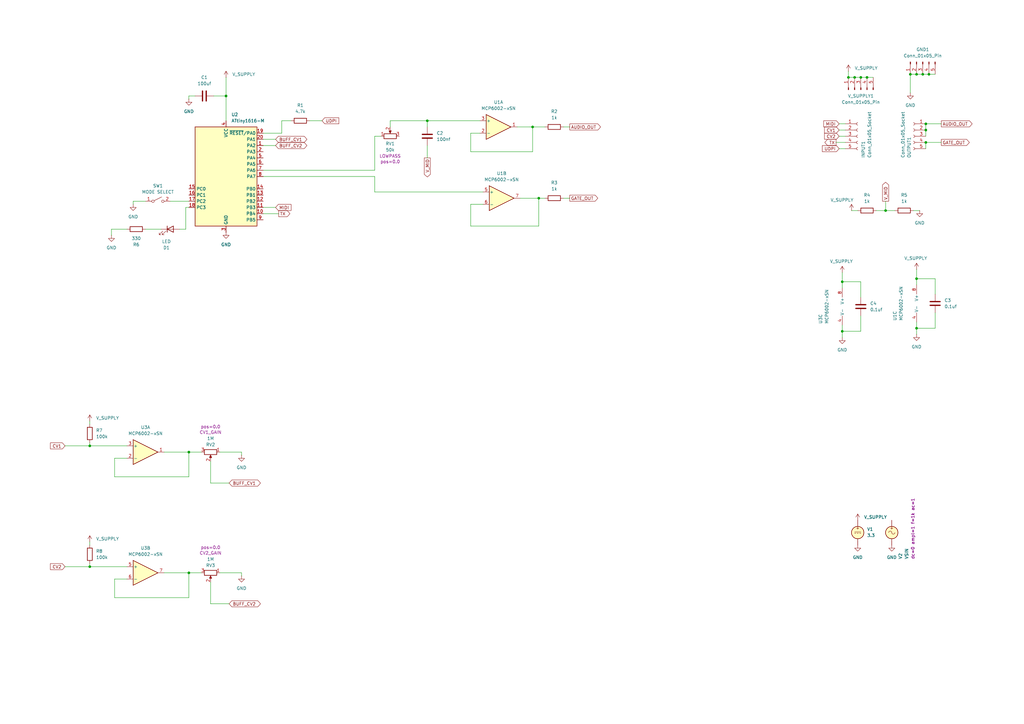
<source format=kicad_sch>
(kicad_sch (version 20231120) (generator "eeschema") (generator_version "8.0")
  (paper "A3")
  (lib_symbols
    (symbol "Amplifier_Operational:MCP6002-xSN" (pin_names (offset 0.127))
      (property "Reference" "U" (at 0 5.08 0))
      (property "Value" "MCP6002-xSN" (at 0 -5.08 0))
      (symbol "MCP6002-xSN_1_1"
        (polyline (pts (xy -5.08 5.08) (xy 5.08 0) (xy -5.08 -5.08) (xy -5.08 5.08)) (stroke (width 0.254)) (fill (type background)))
        (pin output line (at 7.62 0 180) (length 2.54) (name "~") (number "1"))
        (pin input line (at -7.62 -2.54 0) (length 2.54) (name "-") (number "2"))
        (pin input line (at -7.62 2.54 0) (length 2.54) (name "+") (number "3"))
      )
      (symbol "MCP6002-xSN_2_1"
        (polyline (pts (xy -5.08 5.08) (xy 5.08 0) (xy -5.08 -5.08) (xy -5.08 5.08)) (stroke (width 0.254)) (fill (type background)))
        (pin input line (at -7.62 2.54 0) (length 2.54) (name "+") (number "5"))
        (pin input line (at -7.62 -2.54 0) (length 2.54) (name "-") (number "6"))
        (pin output line (at 7.62 0 180) (length 2.54) (name "~") (number "7"))
      )
      (symbol "MCP6002-xSN_3_1"
        (pin power_in line (at -2.54 -7.62 90) (length 3.81) (name "V-") (number "4"))
        (pin power_in line (at -2.54 7.62 270) (length 3.81) (name "V+") (number "8"))
      )
    )
    (symbol "Connector:Conn_01x05_Pin" (pin_names (offset 1.016) hide)
      (property "Reference" "J" (at 0 7.62 0))
      (property "Value" "Conn_01x05_Pin" (at 0 -7.62 0))
      (symbol "Conn_01x05_Pin_1_1"
        (polyline (pts (xy 1.27 -5.08) (xy 0.8636 -5.08)) (stroke (width 0.1524)))
        (polyline (pts (xy 1.27 -2.54) (xy 0.8636 -2.54)) (stroke (width 0.1524)))
        (polyline (pts (xy 1.27 0) (xy 0.8636 0)) (stroke (width 0.1524)))
        (polyline (pts (xy 1.27 2.54) (xy 0.8636 2.54)) (stroke (width 0.1524)))
        (polyline (pts (xy 1.27 5.08) (xy 0.8636 5.08)) (stroke (width 0.1524)))
        (rectangle (start 0.8636 -4.953) (end 0 -5.207) (stroke (width 0.1524)) (fill (type outline)))
        (rectangle (start 0.8636 -2.413) (end 0 -2.667) (stroke (width 0.1524)) (fill (type outline)))
        (rectangle (start 0.8636 0.127) (end 0 -0.127) (stroke (width 0.1524)) (fill (type outline)))
        (rectangle (start 0.8636 2.667) (end 0 2.413) (stroke (width 0.1524)) (fill (type outline)))
        (rectangle (start 0.8636 5.207) (end 0 4.953) (stroke (width 0.1524)) (fill (type outline)))
        (pin passive line (at 5.08 5.08 180) (length 3.81) (name "Pin_1") (number "1"))
        (pin passive line (at 5.08 2.54 180) (length 3.81) (name "Pin_2") (number "2"))
        (pin passive line (at 5.08 0 180) (length 3.81) (name "Pin_3") (number "3"))
        (pin passive line (at 5.08 -2.54 180) (length 3.81) (name "Pin_4") (number "4"))
        (pin passive line (at 5.08 -5.08 180) (length 3.81) (name "Pin_5") (number "5"))
      )
    )
    (symbol "Connector:Conn_01x05_Socket" (pin_names (offset 1.016) hide)
      (property "Reference" "J" (at 0 7.62 0))
      (property "Value" "Conn_01x05_Socket" (at 0 -7.62 0))
      (symbol "Conn_01x05_Socket_1_1"
        (arc (start 0 -4.572) (mid -0.5058 -5.08) (end 0 -5.588) (stroke (width 0.1524)))
        (arc (start 0 -2.032) (mid -0.5058 -2.54) (end 0 -3.048) (stroke (width 0.1524)))
        (polyline (pts (xy -1.27 -5.08) (xy -0.508 -5.08)) (stroke (width 0.1524)))
        (polyline (pts (xy -1.27 -2.54) (xy -0.508 -2.54)) (stroke (width 0.1524)))
        (polyline (pts (xy -1.27 0) (xy -0.508 0)) (stroke (width 0.1524)))
        (polyline (pts (xy -1.27 2.54) (xy -0.508 2.54)) (stroke (width 0.1524)))
        (polyline (pts (xy -1.27 5.08) (xy -0.508 5.08)) (stroke (width 0.1524)))
        (arc (start 0 0.508) (mid -0.5058 0) (end 0 -0.508) (stroke (width 0.1524)))
        (arc (start 0 3.048) (mid -0.5058 2.54) (end 0 2.032) (stroke (width 0.1524)))
        (arc (start 0 5.588) (mid -0.5058 5.08) (end 0 4.572) (stroke (width 0.1524)))
        (pin passive line (at -5.08 5.08 0) (length 3.81) (name "Pin_1") (number "1"))
        (pin passive line (at -5.08 2.54 0) (length 3.81) (name "Pin_2") (number "2"))
        (pin passive line (at -5.08 0 0) (length 3.81) (name "Pin_3") (number "3"))
        (pin passive line (at -5.08 -2.54 0) (length 3.81) (name "Pin_4") (number "4"))
        (pin passive line (at -5.08 -5.08 0) (length 3.81) (name "Pin_5") (number "5"))
      )
    )
    (symbol "Device:C" (pin_numbers hide) (pin_names (offset 0.254))
      (property "Reference" "C" (at 0.635 2.54 0))
      (property "Value" "C" (at 0.635 -2.54 0))
      (symbol "C_0_1"
        (polyline (pts (xy -2.032 -0.762) (xy 2.032 -0.762)) (stroke (width 0.508)))
        (polyline (pts (xy -2.032 0.762) (xy 2.032 0.762)) (stroke (width 0.508)))
      )
      (symbol "C_1_1"
        (pin passive line (at 0 3.81 270) (length 2.794) (name "~") (number "1"))
        (pin passive line (at 0 -3.81 90) (length 2.794) (name "~") (number "2"))
      )
    )
    (symbol "Device:LED" (pin_numbers hide) (pin_names (offset 1.016) hide)
      (property "Reference" "D" (at 0 2.54 0))
      (property "Value" "LED" (at 0 -2.54 0))
      (symbol "LED_0_1"
        (polyline (pts (xy -1.27 -1.27) (xy -1.27 1.27)) (stroke (width 0.254)))
        (polyline (pts (xy -1.27 0) (xy 1.27 0)))
        (polyline (pts (xy 1.27 -1.27) (xy 1.27 1.27) (xy -1.27 0) (xy 1.27 -1.27)) (stroke (width 0.254)))
        (polyline (pts (xy -3.048 -0.762) (xy -4.572 -2.286) (xy -3.81 -2.286) (xy -4.572 -2.286) (xy -4.572 -1.524)))
        (polyline (pts (xy -1.778 -0.762) (xy -3.302 -2.286) (xy -2.54 -2.286) (xy -3.302 -2.286) (xy -3.302 -1.524)))
      )
      (symbol "LED_1_1"
        (pin passive line (at -3.81 0 0) (length 2.54) (name "K") (number "1"))
        (pin passive line (at 3.81 0 180) (length 2.54) (name "A") (number "2"))
      )
    )
    (symbol "Device:R" (pin_numbers hide) (pin_names (offset 0))
      (property "Reference" "R" (at 2.032 0 90))
      (property "Value" "R" (at 0 0 90))
      (symbol "R_0_1"
        (rectangle (start -1.016 -2.54) (end 1.016 2.54) (stroke (width 0.254)))
      )
      (symbol "R_1_1"
        (pin passive line (at 0 3.81 270) (length 1.27) (name "~") (number "1"))
        (pin passive line (at 0 -3.81 90) (length 1.27) (name "~") (number "2"))
      )
    )
    (symbol "Device:R_Potentiometer" (pin_names (offset 1.016) hide)
      (property "Reference" "RV" (at -4.445 0 90))
      (property "Value" "R_Potentiometer" (at -2.54 0 90))
      (symbol "R_Potentiometer_0_1"
        (polyline (pts (xy 2.54 0) (xy 1.524 0)))
        (polyline (pts (xy 1.143 0) (xy 2.286 0.508) (xy 2.286 -0.508) (xy 1.143 0)) (fill (type outline)))
        (rectangle (start 1.016 2.54) (end -1.016 -2.54) (stroke (width 0.254)))
      )
      (symbol "R_Potentiometer_1_1"
        (pin passive line (at 0 3.81 270) (length 1.27) (name "1") (number "1"))
        (pin passive line (at 3.81 0 180) (length 1.27) (name "2") (number "2"))
        (pin passive line (at 0 -3.81 90) (length 1.27) (name "3") (number "3"))
      )
    )
    (symbol "MCU_Microchip_ATtiny:ATtiny1616-M"
      (property "Reference" "U" (at -12.7 21.59 0))
      (property "Value" "ATtiny1616-M" (at 2.54 -21.59 0))
      (symbol "ATtiny1616-M_0_1"
        (rectangle (start -12.7 -20.32) (end 12.7 20.32) (stroke (width 0.254)) (fill (type background)))
      )
      (symbol "ATtiny1616-M_1_1"
        (pin bidirectional line (at 15.24 12.7 180) (length 2.54) (name "PA2") (number "1"))
        (pin bidirectional line (at 15.24 -15.24 180) (length 2.54) (name "PB4") (number "10"))
        (pin bidirectional line (at 15.24 -12.7 180) (length 2.54) (name "PB3") (number "11"))
        (pin bidirectional line (at 15.24 -10.16 180) (length 2.54) (name "PB2") (number "12"))
        (pin bidirectional line (at 15.24 -7.62 180) (length 2.54) (name "PB1") (number "13"))
        (pin bidirectional line (at 15.24 -5.08 180) (length 2.54) (name "PB0") (number "14"))
        (pin bidirectional line (at -15.24 -5.08 0) (length 2.54) (name "PC0") (number "15"))
        (pin bidirectional line (at -15.24 -7.62 0) (length 2.54) (name "PC1") (number "16"))
        (pin bidirectional line (at -15.24 -10.16 0) (length 2.54) (name "PC2") (number "17"))
        (pin bidirectional line (at -15.24 -12.7 0) (length 2.54) (name "PC3") (number "18"))
        (pin bidirectional line (at 15.24 17.78 180) (length 2.54) (name "~{RESET}/PA0") (number "19"))
        (pin bidirectional line (at 15.24 10.16 180) (length 2.54) (name "PA3") (number "2"))
        (pin bidirectional line (at 15.24 15.24 180) (length 2.54) (name "PA1") (number "20"))
        (pin passive line (at 0 -22.86 90) (length 2.54) hide (name "GND") (number "21"))
        (pin power_in line (at 0 -22.86 90) (length 2.54) (name "GND") (number "3"))
        (pin power_in line (at 0 22.86 270) (length 2.54) (name "VCC") (number "4"))
        (pin bidirectional line (at 15.24 7.62 180) (length 2.54) (name "PA4") (number "5"))
        (pin bidirectional line (at 15.24 5.08 180) (length 2.54) (name "PA5") (number "6"))
        (pin bidirectional line (at 15.24 2.54 180) (length 2.54) (name "PA6") (number "7"))
        (pin bidirectional line (at 15.24 0 180) (length 2.54) (name "PA7") (number "8"))
        (pin bidirectional line (at 15.24 -17.78 180) (length 2.54) (name "PB5") (number "9"))
      )
    )
    (symbol "Simulation_SPICE:VDC" (pin_numbers hide) (pin_names (offset 0.0254))
      (property "Reference" "V" (at 2.54 2.54 0))
      (property "Value" "1" (at 2.54 0 0))
      (symbol "VDC_0_0"
        (polyline (pts (xy -1.27 0.254) (xy 1.27 0.254)))
        (polyline (pts (xy -0.762 -0.254) (xy -1.27 -0.254)))
        (polyline (pts (xy 0.254 -0.254) (xy -0.254 -0.254)))
        (polyline (pts (xy 1.27 -0.254) (xy 0.762 -0.254)))
        (text "+" (at 0 1.905 0) (effects (font (size 1.27 1.27))))
      )
      (symbol "VDC_0_1"
        (circle (center 0 0) (radius 2.54) (stroke (width 0.254)) (fill (type background)))
      )
      (symbol "VDC_1_1"
        (pin passive line (at 0 5.08 270) (length 2.54) (name "~") (number "1"))
        (pin passive line (at 0 -5.08 90) (length 2.54) (name "~") (number "2"))
      )
    )
    (symbol "Simulation_SPICE:VSIN" (pin_numbers hide) (pin_names (offset 0.0254))
      (property "Reference" "V" (at 2.54 2.54 0))
      (property "Value" "VSIN" (at 2.54 0 0))
      (property "Sim.Params" "dc=0 ampl=1 f=1k ac=1" (at 2.54 -2.54 0))
      (symbol "VSIN_0_0"
        (arc (start 0 0) (mid -0.635 0.6323) (end -1.27 0))
        (arc (start 0 0) (mid 0.635 -0.6323) (end 1.27 0))
        (text "+" (at 0 1.905 0) (effects (font (size 1.27 1.27))))
      )
      (symbol "VSIN_0_1"
        (circle (center 0 0) (radius 2.54) (stroke (width 0.254)) (fill (type background)))
      )
      (symbol "VSIN_1_1"
        (pin passive line (at 0 5.08 270) (length 2.54) (name "~") (number "1"))
        (pin passive line (at 0 -5.08 90) (length 2.54) (name "~") (number "2"))
      )
    )
    (symbol "Switch:SW_SPST" (pin_names (offset 0) hide)
      (property "Reference" "SW" (at 0 3.175 0))
      (property "Value" "SW_SPST" (at 0 -2.54 0))
      (symbol "SW_SPST_0_0"
        (circle (center -2.032 0) (radius 0.508))
        (polyline (pts (xy -1.524 0.254) (xy 1.524 1.778)))
        (circle (center 2.032 0) (radius 0.508))
      )
      (symbol "SW_SPST_1_1"
        (pin passive line (at -5.08 0 0) (length 2.54) (name "A") (number "1"))
        (pin passive line (at 5.08 0 180) (length 2.54) (name "B") (number "2"))
      )
    )
    (symbol "power:+5V" (power) (pin_numbers hide) (pin_names (offset 0) hide)
      (property "Value" "+5V" (at 0 3.556 0))
      (symbol "+5V_0_1"
        (polyline (pts (xy -0.762 1.27) (xy 0 2.54)))
        (polyline (pts (xy 0 0) (xy 0 2.54)))
        (polyline (pts (xy 0 2.54) (xy 0.762 1.27)))
      )
      (symbol "+5V_1_1"
        (pin power_in line (at 0 0 90) (length 0) (name "~") (number "1"))
      )
    )
    (symbol "power:GND" (power) (pin_numbers hide) (pin_names (offset 0) hide)
      (property "Value" "GND" (at 0 -3.81 0))
      (symbol "GND_0_1"
        (polyline (pts (xy 0 0) (xy 0 -1.27) (xy 1.27 -1.27) (xy 0 -2.54) (xy -1.27 -1.27) (xy 0 -1.27)))
      )
      (symbol "GND_1_1"
        (pin power_in line (at 0 0 270) (length 0) (name "~") (number "1"))
      )
    )
  )
  (junction (at 175.26 49.53))
  (junction (at 350.52 31.75))
  (junction (at 77.47 185.42))
  (junction (at 345.44 115.57))
  (junction (at 375.92 30.48))
  (junction (at 375.92 114.3))
  (junction (at 347.98 31.75))
  (junction (at 379.73 53.34))
  (junction (at 355.6 31.75))
  (junction (at 381 30.48))
  (junction (at 363.22 86.36))
  (junction (at 379.73 58.42))
  (junction (at 378.46 30.48))
  (junction (at 375.92 134.62))
  (junction (at 77.47 234.95))
  (junction (at 36.83 182.88))
  (junction (at 218.44 52.07))
  (junction (at 353.06 31.75))
  (junction (at 345.44 135.89))
  (junction (at 36.83 232.41))
  (junction (at 220.98 81.28))
  (junction (at 373.38 30.48))
  (junction (at 379.73 50.8))
  (junction (at 92.71 39.37))
  (wire (pts (xy 379.73 53.34) (xy 379.73 55.88)))
  (wire (pts (xy 107.95 72.39) (xy 153.67 72.39)))
  (wire (pts (xy 86.36 189.23) (xy 86.36 198.12)))
  (wire (pts (xy 342.9 58.42) (xy 346.71 58.42)))
  (wire (pts (xy 77.47 185.42) (xy 82.55 185.42)))
  (wire (pts (xy 77.47 39.37) (xy 77.47 40.64)))
  (wire (pts (xy 383.54 134.62) (xy 375.92 134.62)))
  (wire (pts (xy 375.92 110.49) (xy 375.92 114.3)))
  (wire (pts (xy 383.54 114.3) (xy 375.92 114.3)))
  (wire (pts (xy 46.99 237.49) (xy 52.07 237.49)))
  (wire (pts (xy 344.17 55.88) (xy 346.71 55.88)))
  (wire (pts (xy 36.83 232.41) (xy 52.07 232.41)))
  (wire (pts (xy 69.85 82.55) (xy 77.47 82.55)))
  (wire (pts (xy 193.04 83.82) (xy 198.12 83.82)))
  (wire (pts (xy 193.04 54.61) (xy 196.85 54.61)))
  (wire (pts (xy 355.6 31.75) (xy 358.14 31.75)))
  (wire (pts (xy 212.09 52.07) (xy 218.44 52.07)))
  (wire (pts (xy 353.06 129.54) (xy 353.06 135.89)))
  (wire (pts (xy 76.2 85.09) (xy 77.47 85.09)))
  (wire (pts (xy 73.66 93.98) (xy 76.2 93.98)))
  (wire (pts (xy 220.98 92.71) (xy 193.04 92.71)))
  (wire (pts (xy 344.17 50.8) (xy 346.71 50.8)))
  (wire (pts (xy 46.99 245.11) (xy 46.99 237.49)))
  (wire (pts (xy 36.83 172.72) (xy 36.83 173.99)))
  (wire (pts (xy 115.57 49.53) (xy 115.57 54.61)))
  (wire (pts (xy 347.98 31.75) (xy 350.52 31.75)))
  (wire (pts (xy 193.04 92.71) (xy 193.04 83.82)))
  (wire (pts (xy 132.08 49.53) (xy 127 49.53)))
  (wire (pts (xy 99.06 186.69) (xy 99.06 185.42)))
  (wire (pts (xy 383.54 128.27) (xy 383.54 134.62)))
  (wire (pts (xy 223.52 81.28) (xy 220.98 81.28)))
  (wire (pts (xy 86.36 198.12) (xy 93.98 198.12)))
  (wire (pts (xy 77.47 234.95) (xy 82.55 234.95)))
  (wire (pts (xy 45.72 93.98) (xy 45.72 96.52)))
  (wire (pts (xy 218.44 52.07) (xy 223.52 52.07)))
  (wire (pts (xy 115.57 54.61) (xy 107.95 54.61)))
  (wire (pts (xy 107.95 85.09) (xy 113.03 85.09)))
  (wire (pts (xy 381 30.48) (xy 383.54 30.48)))
  (wire (pts (xy 345.44 111.76) (xy 345.44 115.57)))
  (wire (pts (xy 363.22 82.55) (xy 363.22 86.36)))
  (wire (pts (xy 363.22 86.36) (xy 367.03 86.36)))
  (wire (pts (xy 26.67 232.41) (xy 36.83 232.41)))
  (wire (pts (xy 353.06 135.89) (xy 345.44 135.89)))
  (wire (pts (xy 153.67 69.85) (xy 107.95 69.85)))
  (wire (pts (xy 344.17 53.34) (xy 346.71 53.34)))
  (wire (pts (xy 66.04 93.98) (xy 59.69 93.98)))
  (wire (pts (xy 92.71 39.37) (xy 92.71 49.53)))
  (wire (pts (xy 353.06 31.75) (xy 355.6 31.75)))
  (wire (pts (xy 107.95 57.15) (xy 113.03 57.15)))
  (wire (pts (xy 373.38 30.48) (xy 375.92 30.48)))
  (wire (pts (xy 231.14 52.07) (xy 233.68 52.07)))
  (wire (pts (xy 377.19 86.36) (xy 374.65 86.36)))
  (wire (pts (xy 86.36 247.65) (xy 93.98 247.65)))
  (wire (pts (xy 213.36 81.28) (xy 220.98 81.28)))
  (wire (pts (xy 373.38 30.48) (xy 373.38 38.1)))
  (wire (pts (xy 349.25 86.36) (xy 351.79 86.36)))
  (wire (pts (xy 36.83 182.88) (xy 52.07 182.88)))
  (wire (pts (xy 353.06 121.92) (xy 353.06 115.57)))
  (wire (pts (xy 347.98 31.75) (xy 347.98 29.21)))
  (wire (pts (xy 153.67 55.88) (xy 156.21 55.88)))
  (wire (pts (xy 77.47 185.42) (xy 77.47 195.58)))
  (wire (pts (xy 175.26 59.69) (xy 175.26 64.77)))
  (wire (pts (xy 383.54 120.65) (xy 383.54 114.3)))
  (wire (pts (xy 99.06 236.22) (xy 99.06 234.95)))
  (wire (pts (xy 67.31 234.95) (xy 77.47 234.95)))
  (wire (pts (xy 231.14 81.28) (xy 233.68 81.28)))
  (wire (pts (xy 220.98 81.28) (xy 220.98 92.71)))
  (wire (pts (xy 375.92 134.62) (xy 375.92 132.08)))
  (wire (pts (xy 378.46 30.48) (xy 381 30.48)))
  (wire (pts (xy 175.26 49.53) (xy 175.26 52.07)))
  (wire (pts (xy 67.31 185.42) (xy 77.47 185.42)))
  (wire (pts (xy 160.02 49.53) (xy 175.26 49.53)))
  (wire (pts (xy 90.17 234.95) (xy 99.06 234.95)))
  (wire (pts (xy 375.92 137.16) (xy 375.92 134.62)))
  (wire (pts (xy 107.95 87.63) (xy 114.3 87.63)))
  (wire (pts (xy 77.47 234.95) (xy 77.47 245.11)))
  (wire (pts (xy 46.99 195.58) (xy 46.99 187.96)))
  (wire (pts (xy 153.67 72.39) (xy 153.67 78.74)))
  (wire (pts (xy 375.92 114.3) (xy 375.92 116.84)))
  (wire (pts (xy 92.71 31.75) (xy 92.71 39.37)))
  (wire (pts (xy 379.73 58.42) (xy 379.73 60.96)))
  (wire (pts (xy 80.01 39.37) (xy 77.47 39.37)))
  (wire (pts (xy 87.63 39.37) (xy 92.71 39.37)))
  (wire (pts (xy 193.04 62.23) (xy 193.04 54.61)))
  (wire (pts (xy 76.2 93.98) (xy 76.2 85.09)))
  (wire (pts (xy 353.06 115.57) (xy 345.44 115.57)))
  (wire (pts (xy 36.83 231.14) (xy 36.83 232.41)))
  (wire (pts (xy 77.47 195.58) (xy 46.99 195.58)))
  (wire (pts (xy 345.44 135.89) (xy 345.44 133.35)))
  (wire (pts (xy 350.52 31.75) (xy 353.06 31.75)))
  (wire (pts (xy 379.73 58.42) (xy 386.08 58.42)))
  (wire (pts (xy 153.67 78.74) (xy 198.12 78.74)))
  (wire (pts (xy 52.07 93.98) (xy 45.72 93.98)))
  (wire (pts (xy 36.83 181.61) (xy 36.83 182.88)))
  (wire (pts (xy 59.69 82.55) (xy 54.61 82.55)))
  (wire (pts (xy 359.41 86.36) (xy 363.22 86.36)))
  (wire (pts (xy 218.44 62.23) (xy 193.04 62.23)))
  (wire (pts (xy 46.99 187.96) (xy 52.07 187.96)))
  (wire (pts (xy 345.44 115.57) (xy 345.44 118.11)))
  (wire (pts (xy 86.36 238.76) (xy 86.36 247.65)))
  (wire (pts (xy 344.17 60.96) (xy 346.71 60.96)))
  (wire (pts (xy 379.73 50.8) (xy 379.73 53.34)))
  (wire (pts (xy 36.83 222.25) (xy 36.83 223.52)))
  (wire (pts (xy 218.44 52.07) (xy 218.44 62.23)))
  (wire (pts (xy 54.61 82.55) (xy 54.61 83.82)))
  (wire (pts (xy 153.67 55.88) (xy 153.67 69.85)))
  (wire (pts (xy 26.67 182.88) (xy 36.83 182.88)))
  (wire (pts (xy 175.26 49.53) (xy 196.85 49.53)))
  (wire (pts (xy 90.17 185.42) (xy 99.06 185.42)))
  (wire (pts (xy 379.73 50.8) (xy 386.08 50.8)))
  (wire (pts (xy 119.38 49.53) (xy 115.57 49.53)))
  (wire (pts (xy 107.95 59.69) (xy 113.03 59.69)))
  (wire (pts (xy 345.44 138.43) (xy 345.44 135.89)))
  (wire (pts (xy 77.47 245.11) (xy 46.99 245.11)))
  (wire (pts (xy 160.02 52.07) (xy 160.02 49.53)))
  (wire (pts (xy 375.92 30.48) (xy 378.46 30.48)))
  (global_label "CV1" (shape input) (at 344.17 53.34 180) (property "Intersheetrefs" "${INTERSHEET_REFS}" (effects (hide yes))))
  (global_label "BUFF_CV1" (shape bidirectional) (at 113.03 57.15 0) (property "Intersheetrefs" "${INTERSHEET_REFS}" (effects (hide yes))))
  (global_label "CV2" (shape input) (at 26.67 232.41 180) (property "Intersheetrefs" "${INTERSHEET_REFS}" (effects (hide yes))))
  (global_label "BUFF_CV2" (shape bidirectional) (at 113.03 59.69 0) (property "Intersheetrefs" "${INTERSHEET_REFS}" (effects (hide yes))))
  (global_label "CV1" (shape input) (at 26.67 182.88 180) (property "Intersheetrefs" "${INTERSHEET_REFS}" (effects (hide yes))))
  (global_label "GATE_OUT" (shape output) (at 386.08 58.42 0) (property "Intersheetrefs" "${INTERSHEET_REFS}" (effects (hide yes))))
  (global_label "BUFF_CV2" (shape bidirectional) (at 93.98 247.65 0) (property "Intersheetrefs" "${INTERSHEET_REFS}" (effects (hide yes))))
  (global_label "UDPI" (shape input) (at 344.17 60.96 180) (property "Intersheetrefs" "${INTERSHEET_REFS}" (effects (hide yes))))
  (global_label "AUDIO_OUT" (shape output) (at 233.68 52.07 0) (property "Intersheetrefs" "${INTERSHEET_REFS}" (effects (hide yes))))
  (global_label "AUDIO_OUT" (shape output) (at 386.08 50.8 0) (property "Intersheetrefs" "${INTERSHEET_REFS}" (effects (hide yes))))
  (global_label "MIDI" (shape input) (at 113.03 85.09 0) (property "Intersheetrefs" "${INTERSHEET_REFS}" (effects (hide yes))))
  (global_label "V_MID" (shape output) (at 175.26 64.77 270) (property "Intersheetrefs" "${INTERSHEET_REFS}" (effects (hide yes))))
  (global_label "GATE_OUT" (shape output) (at 233.68 81.28 0) (property "Intersheetrefs" "${INTERSHEET_REFS}" (effects (hide yes))))
  (global_label "BUFF_CV1" (shape bidirectional) (at 93.98 198.12 0) (property "Intersheetrefs" "${INTERSHEET_REFS}" (effects (hide yes))))
  (global_label "TX" (shape output) (at 114.3 87.63 0) (property "Intersheetrefs" "${INTERSHEET_REFS}" (effects (hide yes))))
  (global_label "UDPI" (shape input) (at 132.08 49.53 0) (property "Intersheetrefs" "${INTERSHEET_REFS}" (effects (hide yes))))
  (global_label "V_MID" (shape output) (at 363.22 82.55 90) (property "Intersheetrefs" "${INTERSHEET_REFS}" (effects (hide yes))))
  (global_label "MIDI" (shape input) (at 344.17 50.8 180) (property "Intersheetrefs" "${INTERSHEET_REFS}" (effects (hide yes))))
  (global_label "TX" (shape output) (at 342.9 58.42 180) (property "Intersheetrefs" "${INTERSHEET_REFS}" (effects (hide yes))))
  (global_label "CV2" (shape input) (at 344.17 55.88 180) (property "Intersheetrefs" "${INTERSHEET_REFS}" (effects (hide yes))))
  (symbol (lib_id "Device:R_Potentiometer") (at 86.36 234.95 270) (unit 1)
    (property "Reference" "RV3" (at 86.36 231.902 90))
    (property "Value" "1M" (at 86.36 229.362 90))
    (property "Footprint" "BreadModular_Pots:Potentiometer_RV09" (effects (hide yes)))
    (property "Description" "Potentiometer" (effects (hide yes)))
    (property "Sim.Device" "R" (effects (hide yes)))
    (property "Sim.Type" "POT" (effects (hide yes)))
    (property "Sim.Pins" "1=r0 2=wiper 3=r1" (effects (hide yes)))
    (property "Sim.Params" "pos=0.0" (at 86.36 224.536 90))
    (property "Comment" "CV2_GAIN" (at 86.36 226.822 90))
  )
  (symbol (lib_id "power:GND") (at 99.06 186.69 0) (unit 1)
    (property "Reference" "#PWR015" (effects (hide yes)))
    (property "Value" "GND" (at 99.06 191.77 0))
    (property "Description" "Power symbol creates a global label with name \"GND\" , ground" (effects (hide yes)))
  )
  (symbol (lib_id "Device:R") (at 355.6 86.36 90) (unit 1)
    (property "Reference" "R4" (at 355.6 80.01 90))
    (property "Value" "1k" (at 355.6 82.55 90))
    (property "Description" "Resistor" (effects (hide yes)))
  )
  (symbol (lib_id "Amplifier_Operational:MCP6002-xSN") (at 205.74 81.28 0) (unit 2)
    (property "Reference" "U1" (at 205.74 71.12 0))
    (property "Value" "MCP6002-xSN" (at 205.74 73.66 0))
    (property "Footprint" "Package_SO:SOIC-8-1EP_3.9x4.9mm_P1.27mm_EP2.29x3mm" (effects (hide yes)))
    (property "Datasheet" "http://ww1.microchip.com/downloads/en/DeviceDoc/21733j.pdf" (effects (hide yes)))
    (property "Description" "1MHz, Low-Power Op Amp, SOIC-8" (effects (hide yes)))
    (property "Sim.Library" "${KICAD8_SYMBOL_DIR}/Simulation_SPICE.sp" (effects (hide yes)))
    (property "Sim.Name" "kicad_builtin_opamp_dual" (effects (hide yes)))
    (property "Sim.Device" "SUBCKT" (effects (hide yes)))
    (property "Sim.Pins" "1=out1 2=in1- 3=in1+ 4=vee 5=in2+ 6=in2- 7=out2 8=vcc" (effects (hide yes)))
  )
  (symbol (lib_id "Simulation_SPICE:VDC") (at 351.79 218.44 0) (unit 1) (on_board no)
    (property "Reference" "V1" (at 355.6 217.0401 0) (effects (justify left)))
    (property "Value" "3.3" (at 355.6 219.5801 0) (effects (justify left)))
    (property "Datasheet" "https://ngspice.sourceforge.io/docs/ngspice-html-manual/manual.xhtml#sec_Independent_Sources_for" (effects (hide yes)))
    (property "Description" "Voltage source, DC" (effects (hide yes)))
    (property "Sim.Pins" "1=+ 2=-" (effects (hide yes)))
    (property "Sim.Type" "DC" (effects (hide yes)))
    (property "Sim.Device" "V" (effects (hide yes)))
  )
  (symbol (lib_id "power:GND") (at 54.61 83.82 0) (unit 1)
    (property "Reference" "#PWR05" (effects (hide yes)))
    (property "Value" "GND" (at 54.61 88.9 0))
    (property "Description" "Power symbol creates a global label with name \"GND\" , ground" (effects (hide yes)))
  )
  (symbol (lib_id "power:+5V") (at 345.44 111.76 0) (unit 1)
    (property "Reference" "#PWR011" (effects (hide yes)))
    (property "Value" "V_SUPPLY" (at 340.36 107.188 0) (effects (justify left)))
    (property "Description" "Power symbol creates a global label with name \"+5V\"" (effects (hide yes)))
  )
  (symbol (lib_id "Device:C") (at 353.06 125.73 0) (unit 1)
    (property "Reference" "C4" (at 356.87 124.4599 0) (effects (justify left)))
    (property "Value" "0.1uf" (at 356.87 126.9999 0) (effects (justify left)))
    (property "Description" "Unpolarized capacitor" (effects (hide yes)))
  )
  (symbol (lib_id "Connector:Conn_01x05_Pin") (at 353.06 36.83 90) (unit 1) (exclude_from_sim yes)
    (property "Reference" "V_SUPPLY1" (at 353.06 39.37 90))
    (property "Value" "Conn_01x05_Pin" (at 353.06 41.91 90))
    (property "Footprint" "BreadModular_MISC:Power_Connector" (effects (hide yes)))
    (property "Description" "Generic connector, single row, 01x05, script generated" (effects (hide yes)))
  )
  (symbol (lib_id "Device:R") (at 55.88 93.98 270) (unit 1)
    (property "Reference" "R6" (at 55.88 100.33 90))
    (property "Value" "330" (at 55.88 97.79 90))
    (property "Description" "Resistor" (effects (hide yes)))
  )
  (symbol (lib_id "Device:C") (at 175.26 55.88 180) (unit 1)
    (property "Reference" "C2" (at 179.07 54.6099 0) (effects (justify right)))
    (property "Value" "100nf" (at 179.07 57.1499 0) (effects (justify right)))
    (property "Footprint" "Capacitor_SMD:C_1206_3216Metric" (effects (hide yes)))
    (property "Description" "Unpolarized capacitor" (effects (hide yes)))
  )
  (symbol (lib_id "power:+5V") (at 351.79 213.36 0) (unit 1)
    (property "Reference" "#PWR016" (effects (hide yes)))
    (property "Value" "V_SUPPLY" (at 354.33 212.0899 0) (effects (justify left)))
    (property "Description" "Power symbol creates a global label with name \"+5V\"" (effects (hide yes)))
  )
  (symbol (lib_id "power:+5V") (at 36.83 222.25 0) (unit 1)
    (property "Reference" "#PWR017" (effects (hide yes)))
    (property "Value" "V_SUPPLY" (at 39.37 220.9799 0) (effects (justify left)))
    (property "Description" "Power symbol creates a global label with name \"+5V\"" (effects (hide yes)))
  )
  (symbol (lib_id "Simulation_SPICE:VSIN") (at 365.76 218.44 0) (unit 1) (on_board no)
    (property "Reference" "V2" (at 369.316 229.362 90) (effects (justify left)))
    (property "Value" "VSIN" (at 371.856 229.362 90) (effects (justify left)))
    (property "Datasheet" "https://ngspice.sourceforge.io/docs/ngspice-html-manual/manual.xhtml#sec_Independent_Sources_for" (effects (hide yes)))
    (property "Description" "Voltage source, sinusoidal" (effects (hide yes)))
    (property "Sim.Pins" "1=+ 2=-" (effects (hide yes)))
    (property "Sim.Params" "dc=0 ampl=1 f=1k ac=1" (at 374.396 229.362 90) (effects (justify left)))
    (property "Sim.Type" "SIN" (effects (hide yes)))
    (property "Sim.Device" "V" (effects (hide yes)))
  )
  (symbol (lib_id "Device:R") (at 36.83 227.33 0) (unit 1)
    (property "Reference" "R8" (at 39.37 226.0599 0) (effects (justify left)))
    (property "Value" "100k" (at 39.37 228.5999 0) (effects (justify left)))
    (property "Description" "Resistor" (effects (hide yes)))
  )
  (symbol (lib_id "power:+5V") (at 347.98 29.21 0) (unit 1)
    (property "Reference" "#PWR01" (effects (hide yes)))
    (property "Value" "V_SUPPLY" (at 350.52 27.9399 0) (effects (justify left)))
    (property "Description" "Power symbol creates a global label with name \"+5V\"" (effects (hide yes)))
  )
  (symbol (lib_id "power:GND") (at 373.38 38.1 0) (unit 1)
    (property "Reference" "#PWR03" (effects (hide yes)))
    (property "Value" "GND" (at 373.38 43.18 0))
    (property "Description" "Power symbol creates a global label with name \"GND\" , ground" (effects (hide yes)))
  )
  (symbol (lib_id "Device:R_Potentiometer") (at 160.02 55.88 90) (unit 1)
    (property "Reference" "RV1" (at 160.02 58.928 90))
    (property "Value" "50k" (at 160.02 61.468 90))
    (property "Footprint" "BreadModular_Pots:Potentiometer_RV09" (effects (hide yes)))
    (property "Description" "Potentiometer" (effects (hide yes)))
    (property "Sim.Device" "R" (effects (hide yes)))
    (property "Sim.Type" "POT" (effects (hide yes)))
    (property "Sim.Pins" "1=r0 2=wiper 3=r1" (effects (hide yes)))
    (property "Sim.Params" "pos=0.0" (at 160.02 66.294 90))
    (property "Comment" "LOWPASS" (at 160.02 64.008 90))
  )
  (symbol (lib_id "Device:C") (at 83.82 39.37 90) (unit 1)
    (property "Reference" "C1" (at 83.82 31.75 90))
    (property "Value" "100uf" (at 83.82 34.29 90))
    (property "Footprint" "Capacitor_SMD:C_1206_3216Metric" (effects (hide yes)))
    (property "Description" "Unpolarized capacitor" (effects (hide yes)))
  )
  (symbol (lib_id "MCU_Microchip_ATtiny:ATtiny1616-M") (at 92.71 72.39 0) (unit 1)
    (property "Reference" "U2" (at 94.9041 46.99 0) (effects (justify left)))
    (property "Value" "ATtiny1616-M" (at 94.9041 49.53 0) (effects (justify left)))
    (property "Footprint" "Package_DFN_QFN:VQFN-20-1EP_3x3mm_P0.4mm_EP1.7x1.7mm" (effects (hide yes)))
    (property "Datasheet" "http://ww1.microchip.com/downloads/en/DeviceDoc/ATtiny3216_ATtiny1616-data-sheet-40001997B.pdf" (effects (hide yes)))
    (property "Description" "20MHz, 16kB Flash, 2kB SRAM, 256B EEPROM, VQFN-20" (effects (hide yes)))
  )
  (symbol (lib_id "Amplifier_Operational:MCP6002-xSN") (at 59.69 234.95 0) (unit 2)
    (property "Reference" "U3" (at 59.69 224.79 0))
    (property "Value" "MCP6002-xSN" (at 59.69 227.33 0))
    (property "Footprint" "Package_SO:SOIC-8-1EP_3.9x4.9mm_P1.27mm_EP2.29x3mm" (effects (hide yes)))
    (property "Datasheet" "http://ww1.microchip.com/downloads/en/DeviceDoc/21733j.pdf" (effects (hide yes)))
    (property "Description" "1MHz, Low-Power Op Amp, SOIC-8" (effects (hide yes)))
    (property "Sim.Library" "${KICAD8_SYMBOL_DIR}/Simulation_SPICE.sp" (effects (hide yes)))
    (property "Sim.Name" "kicad_builtin_opamp_dual" (effects (hide yes)))
    (property "Sim.Device" "SUBCKT" (effects (hide yes)))
    (property "Sim.Pins" "1=out1 2=in1- 3=in1+ 4=vee 5=in2+ 6=in2- 7=out2 8=vcc" (effects (hide yes)))
  )
  (symbol (lib_id "Device:R") (at 123.19 49.53 90) (unit 1)
    (property "Reference" "R1" (at 123.19 43.18 90))
    (property "Value" "4.7k" (at 123.19 45.72 90))
    (property "Description" "Resistor" (effects (hide yes)))
  )
  (symbol (lib_id "power:GND") (at 92.71 95.25 0) (unit 1)
    (property "Reference" "#PWR08" (effects (hide yes)))
    (property "Value" "GND" (at 92.71 100.33 0))
    (property "Description" "Power symbol creates a global label with name \"GND\" , ground" (effects (hide yes)))
  )
  (symbol (lib_id "power:GND") (at 365.76 223.52 0) (unit 1)
    (property "Reference" "#PWR019" (effects (hide yes)))
    (property "Value" "GND" (at 365.76 228.6 0))
    (property "Description" "Power symbol creates a global label with name \"GND\" , ground" (effects (hide yes)))
  )
  (symbol (lib_id "Switch:SW_SPST") (at 64.77 82.55 0) (unit 1)
    (property "Reference" "SW1" (at 64.77 76.2 0))
    (property "Value" "MODE SELECT" (at 64.77 78.74 0))
    (property "Description" "Single Pole Single Throw (SPST) switch" (effects (hide yes)))
  )
  (symbol (lib_id "Device:LED") (at 69.85 93.98 0) (unit 1)
    (property "Reference" "D1" (at 68.2625 101.6 0))
    (property "Value" "LED" (at 68.2625 99.06 0))
    (property "Description" "Light emitting diode" (effects (hide yes)))
  )
  (symbol (lib_id "power:GND") (at 351.79 223.52 0) (unit 1)
    (property "Reference" "#PWR018" (effects (hide yes)))
    (property "Value" "GND" (at 351.79 228.6 0))
    (property "Description" "Power symbol creates a global label with name \"GND\" , ground" (effects (hide yes)))
  )
  (symbol (lib_id "Device:R_Potentiometer") (at 86.36 185.42 270) (unit 1)
    (property "Reference" "RV2" (at 86.36 182.372 90))
    (property "Value" "1M" (at 86.36 179.832 90))
    (property "Footprint" "BreadModular_Pots:Potentiometer_RV09" (effects (hide yes)))
    (property "Description" "Potentiometer" (effects (hide yes)))
    (property "Sim.Device" "R" (effects (hide yes)))
    (property "Sim.Type" "POT" (effects (hide yes)))
    (property "Sim.Pins" "1=r0 2=wiper 3=r1" (effects (hide yes)))
    (property "Sim.Params" "pos=0.0" (at 86.36 175.006 90))
    (property "Comment" "CV1_GAIN" (at 86.36 177.292 90))
  )
  (symbol (lib_id "power:GND") (at 45.72 96.52 0) (unit 1)
    (property "Reference" "#PWR09" (effects (hide yes)))
    (property "Value" "GND" (at 45.72 101.6 0))
    (property "Description" "Power symbol creates a global label with name \"GND\" , ground" (effects (hide yes)))
  )
  (symbol (lib_id "power:GND") (at 375.92 137.16 0) (unit 1)
    (property "Reference" "#PWR012" (effects (hide yes)))
    (property "Value" "GND" (at 375.92 142.24 0))
    (property "Description" "Power symbol creates a global label with name \"GND\" , ground" (effects (hide yes)))
  )
  (symbol (lib_id "power:GND") (at 77.47 40.64 0) (unit 1)
    (property "Reference" "#PWR04" (effects (hide yes)))
    (property "Value" "GND" (at 77.47 45.72 0))
    (property "Description" "Power symbol creates a global label with name \"GND\" , ground" (effects (hide yes)))
  )
  (symbol (lib_id "Device:R") (at 227.33 81.28 90) (unit 1)
    (property "Reference" "R3" (at 227.33 74.93 90))
    (property "Value" "1k" (at 227.33 77.47 90))
    (property "Description" "Resistor" (effects (hide yes)))
  )
  (symbol (lib_id "power:+5V") (at 375.92 110.49 0) (unit 1)
    (property "Reference" "#PWR010" (effects (hide yes)))
    (property "Value" "V_SUPPLY" (at 370.84 105.918 0) (effects (justify left)))
    (property "Description" "Power symbol creates a global label with name \"+5V\"" (effects (hide yes)))
  )
  (symbol (lib_id "Connector:Conn_01x05_Socket") (at 374.65 55.88 0) (mirror y) (unit 1) (exclude_from_sim yes)
    (property "Reference" "OUTPUT1" (at 372.872 64.77 90) (effects (justify left)))
    (property "Value" "Conn_01x05_Socket" (at 370.332 64.77 90) (effects (justify left)))
    (property "Footprint" "Connector_PinSocket_2.54mm:PinSocket_1x05_P2.54mm_Vertical" (effects (hide yes)))
    (property "Description" "Generic connector, single row, 01x05, script generated" (effects (hide yes)))
  )
  (symbol (lib_id "Device:R") (at 36.83 177.8 0) (unit 1)
    (property "Reference" "R7" (at 39.37 176.5299 0) (effects (justify left)))
    (property "Value" "100k" (at 39.37 179.0699 0) (effects (justify left)))
    (property "Description" "Resistor" (effects (hide yes)))
  )
  (symbol (lib_id "Device:C") (at 383.54 124.46 0) (unit 1)
    (property "Reference" "C3" (at 387.35 123.1899 0) (effects (justify left)))
    (property "Value" "0.1uf" (at 387.35 125.7299 0) (effects (justify left)))
    (property "Description" "Unpolarized capacitor" (effects (hide yes)))
  )
  (symbol (lib_id "Amplifier_Operational:MCP6002-xSN") (at 59.69 185.42 0) (unit 1)
    (property "Reference" "U3" (at 59.69 175.26 0))
    (property "Value" "MCP6002-xSN" (at 59.69 177.8 0))
    (property "Footprint" "Package_SO:SOIC-8-1EP_3.9x4.9mm_P1.27mm_EP2.29x3mm" (effects (hide yes)))
    (property "Datasheet" "http://ww1.microchip.com/downloads/en/DeviceDoc/21733j.pdf" (effects (hide yes)))
    (property "Description" "1MHz, Low-Power Op Amp, SOIC-8" (effects (hide yes)))
    (property "Sim.Library" "${KICAD8_SYMBOL_DIR}/Simulation_SPICE.sp" (effects (hide yes)))
    (property "Sim.Name" "kicad_builtin_opamp_dual" (effects (hide yes)))
    (property "Sim.Device" "SUBCKT" (effects (hide yes)))
    (property "Sim.Pins" "1=out1 2=in1- 3=in1+ 4=vee 5=in2+ 6=in2- 7=out2 8=vcc" (effects (hide yes)))
  )
  (symbol (lib_id "power:GND") (at 377.19 86.36 0) (unit 1)
    (property "Reference" "#PWR07" (effects (hide yes)))
    (property "Value" "GND" (at 377.19 91.44 0))
    (property "Description" "Power symbol creates a global label with name \"GND\" , ground" (effects (hide yes)))
  )
  (symbol (lib_id "power:GND") (at 99.06 236.22 0) (unit 1)
    (property "Reference" "#PWR020" (effects (hide yes)))
    (property "Value" "GND" (at 99.06 241.3 0))
    (property "Description" "Power symbol creates a global label with name \"GND\" , ground" (effects (hide yes)))
  )
  (symbol (lib_id "Amplifier_Operational:MCP6002-xSN") (at 347.98 125.73 0) (unit 3)
    (property "Reference" "U3" (at 336.55 132.842 90) (effects (justify left)))
    (property "Value" "MCP6002-xSN" (at 339.09 132.842 90) (effects (justify left)))
    (property "Footprint" "Package_SO:SOIC-8-1EP_3.9x4.9mm_P1.27mm_EP2.29x3mm" (effects (hide yes)))
    (property "Datasheet" "http://ww1.microchip.com/downloads/en/DeviceDoc/21733j.pdf" (effects (hide yes)))
    (property "Description" "1MHz, Low-Power Op Amp, SOIC-8" (effects (hide yes)))
    (property "Sim.Library" "${KICAD8_SYMBOL_DIR}/Simulation_SPICE.sp" (effects (hide yes)))
    (property "Sim.Name" "kicad_builtin_opamp_dual" (effects (hide yes)))
    (property "Sim.Device" "SUBCKT" (effects (hide yes)))
    (property "Sim.Pins" "1=out1 2=in1- 3=in1+ 4=vee 5=in2+ 6=in2- 7=out2 8=vcc" (effects (hide yes)))
  )
  (symbol (lib_id "Device:R") (at 227.33 52.07 90) (unit 1)
    (property "Reference" "R2" (at 227.33 45.72 90))
    (property "Value" "1k" (at 227.33 48.26 90))
    (property "Description" "Resistor" (effects (hide yes)))
  )
  (symbol (lib_id "Device:R") (at 370.84 86.36 90) (unit 1)
    (property "Reference" "R5" (at 370.84 80.01 90))
    (property "Value" "1k" (at 370.84 82.55 90))
    (property "Description" "Resistor" (effects (hide yes)))
  )
  (symbol (lib_id "Connector:Conn_01x05_Socket") (at 351.79 55.88 0) (unit 1) (exclude_from_sim yes)
    (property "Reference" "INPUT1" (at 354.076 64.77 90) (effects (justify left)))
    (property "Value" "Conn_01x05_Socket" (at 356.616 64.77 90) (effects (justify left)))
    (property "Footprint" "Connector_PinSocket_2.54mm:PinSocket_1x05_P2.54mm_Vertical" (effects (hide yes)))
    (property "Description" "Generic connector, single row, 01x05, script generated" (effects (hide yes)))
  )
  (symbol (lib_id "power:+5V") (at 92.71 31.75 0) (unit 1)
    (property "Reference" "#PWR02" (effects (hide yes)))
    (property "Value" "V_SUPPLY" (at 95.25 30.4799 0) (effects (justify left)))
    (property "Description" "Power symbol creates a global label with name \"+5V\"" (effects (hide yes)))
  )
  (symbol (lib_id "power:GND") (at 345.44 138.43 0) (unit 1)
    (property "Reference" "#PWR013" (effects (hide yes)))
    (property "Value" "GND" (at 345.44 143.51 0))
    (property "Description" "Power symbol creates a global label with name \"GND\" , ground" (effects (hide yes)))
  )
  (symbol (lib_id "power:+5V") (at 36.83 172.72 0) (unit 1)
    (property "Reference" "#PWR014" (effects (hide yes)))
    (property "Value" "V_SUPPLY" (at 39.37 171.4499 0) (effects (justify left)))
    (property "Description" "Power symbol creates a global label with name \"+5V\"" (effects (hide yes)))
  )
  (symbol (lib_id "Connector:Conn_01x05_Pin") (at 378.46 25.4 90) (mirror x) (unit 1) (exclude_from_sim yes)
    (property "Reference" "GND1" (at 378.46 20.32 90))
    (property "Value" "Conn_01x05_Pin" (at 378.46 22.86 90))
    (property "Footprint" "BreadModular_MISC:Power_Connector" (effects (hide yes)))
    (property "Description" "Generic connector, single row, 01x05, script generated" (effects (hide yes)))
  )
  (symbol (lib_id "power:+5V") (at 349.25 86.36 0) (unit 1)
    (property "Reference" "#PWR06" (effects (hide yes)))
    (property "Value" "V_SUPPLY" (at 340.614 82.042 0) (effects (justify left)))
    (property "Description" "Power symbol creates a global label with name \"+5V\"" (effects (hide yes)))
  )
  (symbol (lib_id "Amplifier_Operational:MCP6002-xSN") (at 378.46 124.46 0) (unit 3)
    (property "Reference" "U1" (at 367.03 131.572 90) (effects (justify left)))
    (property "Value" "MCP6002-xSN" (at 369.57 131.572 90) (effects (justify left)))
    (property "Footprint" "Package_SO:SOIC-8-1EP_3.9x4.9mm_P1.27mm_EP2.29x3mm" (effects (hide yes)))
    (property "Datasheet" "http://ww1.microchip.com/downloads/en/DeviceDoc/21733j.pdf" (effects (hide yes)))
    (property "Description" "1MHz, Low-Power Op Amp, SOIC-8" (effects (hide yes)))
    (property "Sim.Library" "${KICAD8_SYMBOL_DIR}/Simulation_SPICE.sp" (effects (hide yes)))
    (property "Sim.Name" "kicad_builtin_opamp_dual" (effects (hide yes)))
    (property "Sim.Device" "SUBCKT" (effects (hide yes)))
    (property "Sim.Pins" "1=out1 2=in1- 3=in1+ 4=vee 5=in2+ 6=in2- 7=out2 8=vcc" (effects (hide yes)))
  )
  (symbol (lib_id "Amplifier_Operational:MCP6002-xSN") (at 204.47 52.07 0) (unit 1)
    (property "Reference" "U1" (at 204.47 41.91 0))
    (property "Value" "MCP6002-xSN" (at 204.47 44.45 0))
    (property "Footprint" "Package_SO:SOIC-8-1EP_3.9x4.9mm_P1.27mm_EP2.29x3mm" (effects (hide yes)))
    (property "Datasheet" "http://ww1.microchip.com/downloads/en/DeviceDoc/21733j.pdf" (effects (hide yes)))
    (property "Description" "1MHz, Low-Power Op Amp, SOIC-8" (effects (hide yes)))
    (property "Sim.Library" "${KICAD8_SYMBOL_DIR}/Simulation_SPICE.sp" (effects (hide yes)))
    (property "Sim.Name" "kicad_builtin_opamp_dual" (effects (hide yes)))
    (property "Sim.Device" "SUBCKT" (effects (hide yes)))
    (property "Sim.Pins" "1=out1 2=in1- 3=in1+ 4=vee 5=in2+ 6=in2- 7=out2 8=vcc" (effects (hide yes)))
  )
)
</source>
